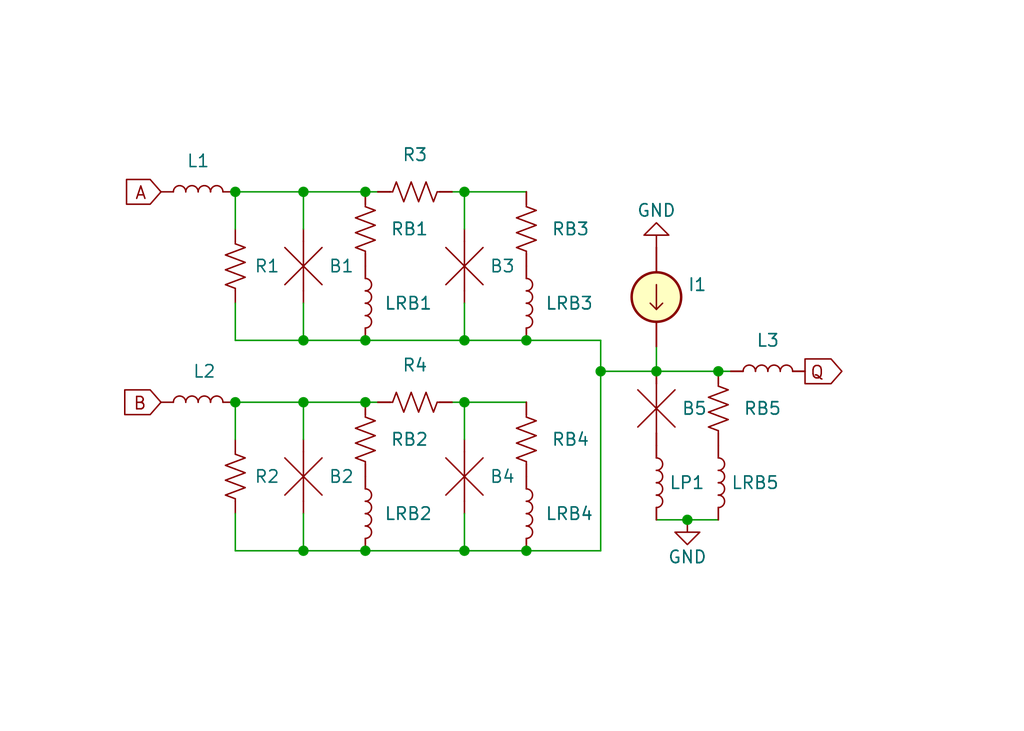
<source format=kicad_sch>
(kicad_sch (version 20211123) (generator eeschema)
  (paper "User" 105.004 75.0062)
  (lib_symbols
    (symbol "Superconductors:Current_Source" (pin_numbers hide) (pin_names (offset 0.0254))
      (property "Reference" "I" (at 3.175 1.27 0))
      (symbol "Current_Source_0_1"
        (polyline (pts (xy 0 -1.27) (xy 0 1.27)))
        (polyline (pts (xy -0.635 -0.635) (xy 0 -1.27) (xy 0.635 -0.635)))
        (circle (center 0 0) (radius 2.54) (stroke (width 0.254)) (fill (type background)))
      )
      (symbol "Current_Source_1_1"
        (pin passive line (at 0 5.08 270) (length 2.54) (name "~") (number "1"))
        (pin passive line (at 0 -5.08 90) (length 2.54) (name "~") (number "2"))
      )
    )
    (symbol "Superconductors:Inductor" (pin_numbers hide) (pin_names (offset 1.016) hide)
      (property "Reference" "L" (at 0 2.032 0))
      (symbol "Inductor_0_1"
        (arc (start -1.27 0) (mid -1.905 0.635) (end -2.54 0))
        (arc (start 0 0) (mid -0.635 0.635) (end -1.27 0))
        (arc (start 1.27 0) (mid 0.635 0.635) (end 0 0))
        (arc (start 2.54 0) (mid 1.905 0.635) (end 1.27 0))
      )
      (symbol "Inductor_1_1"
        (pin passive line (at -3.81 0 0) (length 1.27) (name "1") (number "1"))
        (pin passive line (at 3.81 0 180) (length 1.27) (name "2") (number "2"))
      )
    )
    (symbol "Superconductors:Resistor" (pin_numbers hide) (pin_names (offset 0))
      (property "Reference" "R" (at 2.54 0 90))
      (symbol "Resistor_0_1"
        (polyline (pts (xy 0 -2.286) (xy 0 -2.54)))
        (polyline (pts (xy 0 2.286) (xy 0 2.54)))
        (polyline (pts (xy 0 -0.762) (xy 1.016 -1.143) (xy 0 -1.524) (xy -1.016 -1.905) (xy 0 -2.286)))
        (polyline (pts (xy 0 0.762) (xy 1.016 0.381) (xy 0 0) (xy -1.016 -0.381) (xy 0 -0.762)))
        (polyline (pts (xy 0 2.286) (xy 1.016 1.905) (xy 0 1.524) (xy -1.016 1.143) (xy 0 0.762)))
      )
      (symbol "Resistor_1_1"
        (pin passive line (at 0 3.81 270) (length 1.27) (name "~") (number "1"))
        (pin passive line (at 0 -3.81 90) (length 1.27) (name "~") (number "2"))
      )
    )
    (symbol "Superconductors:jjmit" (pin_numbers hide) (pin_names (offset 0))
      (property "Reference" "B" (at 3.175 0 90))
      (property "Value" "jjmit" (at -3.175 0 90))
      (symbol "jjmit_0_1"
        (polyline (pts (xy -1.905 -1.905) (xy 1.905 1.905)))
        (polyline (pts (xy -1.905 1.905) (xy 1.905 -1.905)))
        (polyline (pts (xy 0 -2.54) (xy 0 2.54)))
      )
      (symbol "jjmit_1_1"
        (pin passive line (at 0 3.81 270) (length 1.27) (name "~") (number "1"))
        (pin passive line (at 0 -3.81 90) (length 1.27) (name "~") (number "2"))
      )
    )
    (symbol "power:GND" (power) (pin_names (offset 0))
      (property "Value" "GND" (at 0 -3.81 0))
      (symbol "GND_0_1"
        (polyline (pts (xy 0 0) (xy 0 -1.27) (xy 1.27 -1.27) (xy 0 -2.54) (xy -1.27 -1.27) (xy 0 -1.27)))
      )
      (symbol "GND_1_1"
        (pin power_in line (at 0 0 270) (length 0) hide (name "GND") (number "1"))
      )
    )
  )
  (junction (at 73.66 38.1))
  (junction (at 53.975 34.925))
  (junction (at 37.465 19.685))
  (junction (at 67.31 38.1))
  (junction (at 47.625 34.925))
  (junction (at 24.13 41.275))
  (junction (at 37.465 41.275))
  (junction (at 31.115 34.925))
  (junction (at 70.485 53.34))
  (junction (at 31.115 19.685))
  (junction (at 47.625 56.515))
  (junction (at 31.115 56.515))
  (junction (at 37.465 56.515))
  (junction (at 61.595 38.1))
  (junction (at 47.625 41.275))
  (junction (at 24.13 19.685))
  (junction (at 37.465 34.925))
  (junction (at 47.625 19.685))
  (junction (at 53.975 56.515))
  (junction (at 31.115 41.275))
  (wire (pts (xy 70.485 53.34) (xy 73.66 53.34)))
  (wire (pts (xy 61.595 34.925) (xy 61.595 38.1)))
  (wire (pts (xy 47.625 19.685) (xy 53.975 19.685)))
  (wire (pts (xy 47.625 34.925) (xy 53.975 34.925)))
  (wire (pts (xy 67.31 38.1) (xy 73.66 38.1)))
  (wire (pts (xy 53.975 34.925) (xy 61.595 34.925)))
  (wire (pts (xy 37.465 56.515) (xy 47.625 56.515)))
  (wire (pts (xy 46.355 41.275) (xy 47.625 41.275)))
  (wire (pts (xy 73.66 38.1) (xy 74.93 38.1)))
  (wire (pts (xy 24.13 34.925) (xy 31.115 34.925)))
  (wire (pts (xy 31.115 52.705) (xy 31.115 56.515)))
  (wire (pts (xy 24.13 31.115) (xy 24.13 34.925)))
  (wire (pts (xy 24.13 41.275) (xy 24.13 45.085)))
  (wire (pts (xy 47.625 41.275) (xy 53.975 41.275)))
  (wire (pts (xy 24.13 52.705) (xy 24.13 56.515)))
  (wire (pts (xy 53.975 56.515) (xy 61.595 56.515)))
  (wire (pts (xy 47.625 52.705) (xy 47.625 56.515)))
  (wire (pts (xy 37.465 34.925) (xy 47.625 34.925)))
  (wire (pts (xy 37.465 19.685) (xy 38.735 19.685)))
  (wire (pts (xy 24.13 41.275) (xy 31.115 41.275)))
  (wire (pts (xy 47.625 19.685) (xy 47.625 23.495)))
  (wire (pts (xy 31.115 31.115) (xy 31.115 34.925)))
  (wire (pts (xy 47.625 31.115) (xy 47.625 34.925)))
  (wire (pts (xy 31.115 19.685) (xy 37.465 19.685)))
  (wire (pts (xy 24.13 56.515) (xy 31.115 56.515)))
  (wire (pts (xy 24.13 19.685) (xy 31.115 19.685)))
  (wire (pts (xy 46.355 19.685) (xy 47.625 19.685)))
  (wire (pts (xy 31.115 34.925) (xy 37.465 34.925)))
  (wire (pts (xy 47.625 56.515) (xy 53.975 56.515)))
  (wire (pts (xy 31.115 41.275) (xy 37.465 41.275)))
  (wire (pts (xy 31.115 19.685) (xy 31.115 23.495)))
  (wire (pts (xy 31.115 41.275) (xy 31.115 45.085)))
  (wire (pts (xy 31.115 56.515) (xy 37.465 56.515)))
  (wire (pts (xy 37.465 41.275) (xy 38.735 41.275)))
  (wire (pts (xy 67.31 53.34) (xy 70.485 53.34)))
  (wire (pts (xy 61.595 56.515) (xy 61.595 38.1)))
  (wire (pts (xy 24.13 19.685) (xy 24.13 23.495)))
  (wire (pts (xy 61.595 38.1) (xy 67.31 38.1)))
  (wire (pts (xy 67.31 38.1) (xy 67.31 35.56)))
  (wire (pts (xy 47.625 41.275) (xy 47.625 45.085)))
  (global_label "B" (shape input) (at 16.51 41.275 180) (property "Intersheet References" "${INTERSHEET_REFS}" (effects hide)))
  (global_label "A" (shape input) (at 16.51 19.685 180) (property "Intersheet References" "${INTERSHEET_REFS}" (effects hide)))
  (global_label "Q" (shape output) (at 82.55 38.1 0) (property "Intersheet References" "${INTERSHEET_REFS}" (effects hide)))
  (symbol (lib_id "power:GND") (at 67.31 25.4 180) (unit 1)
    (property "Reference" "#PWR01" (effects hide))
    (property "Value" "GND" (at 67.31 21.59 0))
  )
  (symbol (lib_id "Superconductors:Inductor") (at 73.66 49.53 270) (unit 1)
    (property "Reference" "LRB5" (at 74.93 49.5299 90) (effects (justify left)))
    (property "Value" "Inductor" (effects hide))
  )
  (symbol (lib_id "Superconductors:Inductor") (at 37.465 52.705 270) (unit 1)
    (property "Reference" "LRB2" (at 39.37 52.7049 90) (effects (justify left)))
    (property "Value" "Inductor" (effects hide))
  )
  (symbol (lib_id "Superconductors:Inductor") (at 20.32 19.685 0) (unit 1)
    (property "Reference" "L1" (at 20.32 16.51 0))
    (property "Value" "Inductor" (effects hide))
  )
  (symbol (lib_id "Superconductors:jjmit") (at 47.625 48.895 180) (unit 1)
    (property "Reference" "B4" (at 50.165 48.8949 0) (effects (justify right)))
    (property "Value" "jjmit" (effects hide))
  )
  (symbol (lib_id "Superconductors:Inductor") (at 53.975 52.705 270) (unit 1)
    (property "Reference" "LRB4" (at 55.88 52.7049 90) (effects (justify left)))
    (property "Value" "Inductor" (effects hide))
  )
  (symbol (lib_id "power:GND") (at 70.485 53.34 0) (unit 1)
    (property "Reference" "#PWR02" (effects hide))
    (property "Value" "GND" (at 70.485 57.15 0))
  )
  (symbol (lib_id "Superconductors:Resistor") (at 42.545 19.685 270) (unit 1)
    (property "Reference" "R3" (at 42.545 15.875 90))
    (property "Value" "Resistor" (effects hide))
  )
  (symbol (lib_id "Superconductors:Resistor") (at 53.975 23.495 0) (unit 1)
    (property "Reference" "RB3" (at 56.515 23.4949 0) (effects (justify left)))
    (property "Value" "Resistor" (effects hide))
  )
  (symbol (lib_id "Superconductors:Inductor") (at 78.74 38.1 0) (unit 1)
    (property "Reference" "L3" (at 78.74 34.925 0))
    (property "Value" "Inductor" (effects hide))
  )
  (symbol (lib_id "Superconductors:Resistor") (at 24.13 48.895 0) (unit 1)
    (property "Reference" "R2" (at 26.035 48.8949 0) (effects (justify left)))
    (property "Value" "Resistor" (effects hide))
  )
  (symbol (lib_id "Superconductors:Current_Source") (at 67.31 30.48 0) (unit 1)
    (property "Reference" "I1" (at 70.485 29.21 0) (effects (justify left)))
    (property "Value" "Current_Source" (effects hide))
    (property "Spice_Netlist_Enabled" "Y" (effects hide))
    (property "Spice_Primitive" "I" (effects hide))
    (property "Spice_Model" "pwl(0 0 5p REF)" (effects hide))
  )
  (symbol (lib_id "Superconductors:Inductor") (at 53.975 31.115 270) (unit 1)
    (property "Reference" "LRB3" (at 55.88 31.1149 90) (effects (justify left)))
    (property "Value" "Inductor" (effects hide))
  )
  (symbol (lib_id "Superconductors:jjmit") (at 31.115 27.305 180) (unit 1)
    (property "Reference" "B1" (at 33.655 27.3049 0) (effects (justify right)))
    (property "Value" "jjmit" (effects hide))
  )
  (symbol (lib_id "Superconductors:Inductor") (at 67.31 49.53 270) (unit 1)
    (property "Reference" "LP1" (at 68.58 49.5299 90) (effects (justify left)))
    (property "Value" "Inductor" (effects hide))
  )
  (symbol (lib_id "Superconductors:Inductor") (at 37.465 31.115 270) (unit 1)
    (property "Reference" "LRB1" (at 39.37 31.1149 90) (effects (justify left)))
    (property "Value" "Inductor" (effects hide))
  )
  (symbol (lib_id "Superconductors:Resistor") (at 37.465 23.495 0) (unit 1)
    (property "Reference" "RB1" (at 40.005 23.4949 0) (effects (justify left)))
    (property "Value" "Resistor" (effects hide))
  )
  (symbol (lib_id "Superconductors:Resistor") (at 53.975 45.085 0) (unit 1)
    (property "Reference" "RB4" (at 56.515 45.0849 0) (effects (justify left)))
    (property "Value" "Resistor" (effects hide))
  )
  (symbol (lib_id "Superconductors:Resistor") (at 37.465 45.085 0) (unit 1)
    (property "Reference" "RB2" (at 40.005 45.0849 0) (effects (justify left)))
    (property "Value" "Resistor" (effects hide))
  )
  (symbol (lib_id "Superconductors:jjmit") (at 67.31 41.91 180) (unit 1)
    (property "Reference" "B5" (at 69.85 41.9099 0) (effects (justify right)))
    (property "Value" "jjmit" (effects hide))
  )
  (symbol (lib_id "Superconductors:jjmit") (at 31.115 48.895 180) (unit 1)
    (property "Reference" "B2" (at 33.655 48.8949 0) (effects (justify right)))
    (property "Value" "jjmit" (effects hide))
  )
  (symbol (lib_id "Superconductors:Resistor") (at 42.545 41.275 270) (unit 1)
    (property "Reference" "R4" (at 42.545 37.465 90))
    (property "Value" "Resistor" (effects hide))
  )
  (symbol (lib_id "Superconductors:Resistor") (at 73.66 41.91 0) (unit 1)
    (property "Reference" "RB5" (at 76.2 41.9099 0) (effects (justify left)))
    (property "Value" "Resistor" (effects hide))
  )
  (symbol (lib_id "Superconductors:Resistor") (at 24.13 27.305 0) (unit 1)
    (property "Reference" "R1" (at 26.035 27.3049 0) (effects (justify left)))
    (property "Value" "Resistor" (effects hide))
  )
  (symbol (lib_id "Superconductors:jjmit") (at 47.625 27.305 180) (unit 1)
    (property "Reference" "B3" (at 50.165 27.3049 0) (effects (justify right)))
    (property "Value" "jjmit" (effects hide))
  )
  (symbol (lib_id "Superconductors:Inductor") (at 20.32 41.275 0) (unit 1)
    (property "Reference" "L2" (at 20.955 38.1 0))
    (property "Value" "Inductor" (effects hide))
  )
)
</source>
